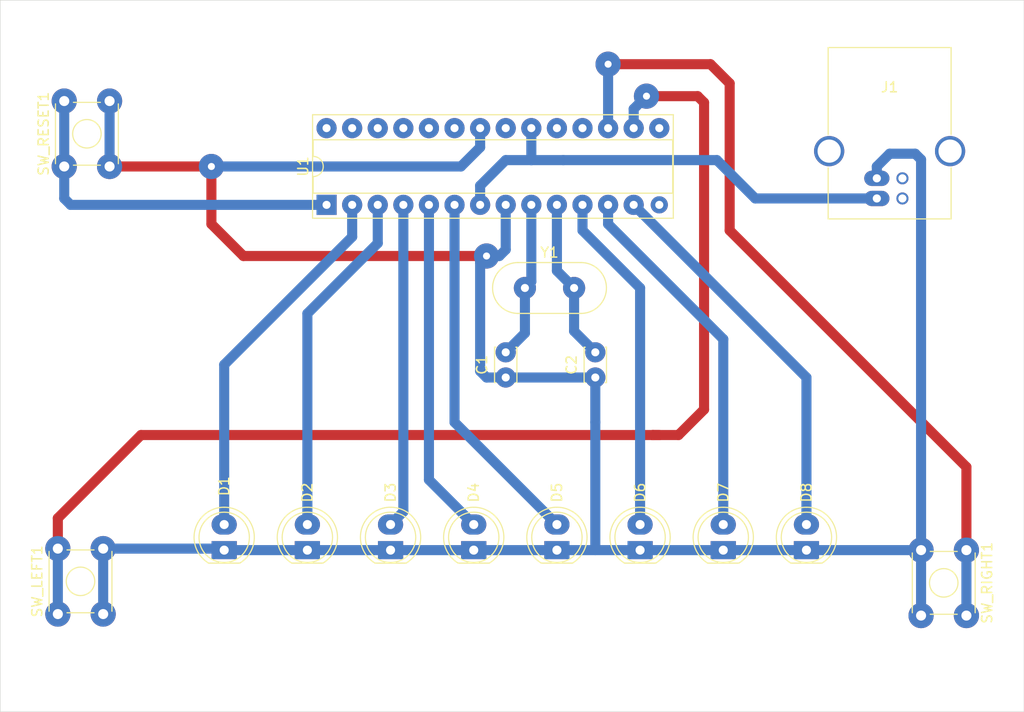
<source format=kicad_pcb>
(kicad_pcb (version 20171130) (host pcbnew "(5.1.8)-1")

  (general
    (thickness 1.6)
    (drawings 4)
    (tracks 102)
    (zones 0)
    (modules 16)
    (nets 30)
  )

  (page A4)
  (layers
    (0 F.Cu signal)
    (31 B.Cu signal)
    (32 B.Adhes user hide)
    (33 F.Adhes user hide)
    (34 B.Paste user hide)
    (35 F.Paste user hide)
    (36 B.SilkS user hide)
    (37 F.SilkS user hide)
    (38 B.Mask user hide)
    (39 F.Mask user hide)
    (40 Dwgs.User user hide)
    (41 Cmts.User user hide)
    (42 Eco1.User user hide)
    (43 Eco2.User user hide)
    (44 Edge.Cuts user)
    (45 Margin user hide)
    (46 B.CrtYd user hide)
    (47 F.CrtYd user hide)
    (48 B.Fab user hide)
    (49 F.Fab user hide)
  )

  (setup
    (last_trace_width 1)
    (user_trace_width 0.25)
    (user_trace_width 0.4)
    (user_trace_width 0.5)
    (user_trace_width 1)
    (user_trace_width 1.5)
    (trace_clearance 0.2)
    (zone_clearance 0.508)
    (zone_45_only no)
    (trace_min 0.2)
    (via_size 0.8)
    (via_drill 0.4)
    (via_min_size 0.4)
    (via_min_drill 0.3)
    (uvia_size 0.3)
    (uvia_drill 0.1)
    (uvias_allowed no)
    (uvia_min_size 0.2)
    (uvia_min_drill 0.1)
    (edge_width 0.05)
    (segment_width 0.2)
    (pcb_text_width 0.3)
    (pcb_text_size 1.5 1.5)
    (mod_edge_width 0.12)
    (mod_text_size 1 1)
    (mod_text_width 0.15)
    (pad_size 2.5 2.5)
    (pad_drill 1)
    (pad_to_mask_clearance 0)
    (aux_axis_origin 0 0)
    (visible_elements 7FFFFFFF)
    (pcbplotparams
      (layerselection 0x00000_7fffffff)
      (usegerberextensions false)
      (usegerberattributes true)
      (usegerberadvancedattributes true)
      (creategerberjobfile true)
      (excludeedgelayer false)
      (linewidth 0.100000)
      (plotframeref false)
      (viasonmask false)
      (mode 1)
      (useauxorigin false)
      (hpglpennumber 1)
      (hpglpenspeed 20)
      (hpglpendiameter 15.000000)
      (psnegative false)
      (psa4output false)
      (plotreference false)
      (plotvalue false)
      (plotinvisibletext false)
      (padsonsilk true)
      (subtractmaskfromsilk false)
      (outputformat 4)
      (mirror true)
      (drillshape 2)
      (scaleselection 1)
      (outputdirectory "C:/Users/Logan/Documents/KiCad Projects/LED_TENNIS/MFG"))
  )

  (net 0 "")
  (net 1 GND)
  (net 2 XTAL1)
  (net 3 XTAL2)
  (net 4 /LED_0)
  (net 5 /LED_1)
  (net 6 /LED_2)
  (net 7 /LED_3)
  (net 8 /LED_4)
  (net 9 /LED_5)
  (net 10 /LED_6)
  (net 11 /LED_7)
  (net 12 "Net-(J1-Pad2)")
  (net 13 VCC_5V)
  (net 14 "Net-(J1-Pad3)")
  (net 15 "Net-(J1-Pad5)")
  (net 16 /SW_LEFT)
  (net 17 /SW_RESET)
  (net 18 /SW_RIGHT)
  (net 19 "Net-(U1-Pad15)")
  (net 20 "Net-(U1-Pad18)")
  (net 21 "Net-(U1-Pad19)")
  (net 22 "Net-(U1-Pad21)")
  (net 23 "Net-(U1-Pad23)")
  (net 24 "Net-(U1-Pad24)")
  (net 25 "Net-(U1-Pad25)")
  (net 26 "Net-(U1-Pad26)")
  (net 27 "Net-(U1-Pad27)")
  (net 28 "Net-(U1-Pad14)")
  (net 29 "Net-(U1-Pad28)")

  (net_class Default "This is the default net class."
    (clearance 0.2)
    (trace_width 0.25)
    (via_dia 0.8)
    (via_drill 0.4)
    (uvia_dia 0.3)
    (uvia_drill 0.1)
    (add_net /LED_0)
    (add_net /LED_1)
    (add_net /LED_2)
    (add_net /LED_3)
    (add_net /LED_4)
    (add_net /LED_5)
    (add_net /LED_6)
    (add_net /LED_7)
    (add_net /SW_LEFT)
    (add_net /SW_RESET)
    (add_net /SW_RIGHT)
    (add_net GND)
    (add_net "Net-(J1-Pad2)")
    (add_net "Net-(J1-Pad3)")
    (add_net "Net-(J1-Pad5)")
    (add_net "Net-(U1-Pad14)")
    (add_net "Net-(U1-Pad15)")
    (add_net "Net-(U1-Pad18)")
    (add_net "Net-(U1-Pad19)")
    (add_net "Net-(U1-Pad21)")
    (add_net "Net-(U1-Pad23)")
    (add_net "Net-(U1-Pad24)")
    (add_net "Net-(U1-Pad25)")
    (add_net "Net-(U1-Pad26)")
    (add_net "Net-(U1-Pad27)")
    (add_net "Net-(U1-Pad28)")
    (add_net VCC_5V)
    (add_net XTAL1)
    (add_net XTAL2)
  )

  (module Connectors:USB_B (layer F.Cu) (tedit 5FE8D5FB) (tstamp 5FE3BD96)
    (at 198.12 76.2 90)
    (descr "USB B connector")
    (tags "USB_B USB_DEV")
    (path /5FD22854)
    (fp_text reference J1 (at 11.05 1.27) (layer F.SilkS)
      (effects (font (size 1 1) (thickness 0.15)))
    )
    (fp_text value USB_B (at 4.7 1.27) (layer F.Fab)
      (effects (font (size 1 1) (thickness 0.15)))
    )
    (fp_line (start 15.25 8.9) (end -2.3 8.9) (layer F.CrtYd) (width 0.05))
    (fp_line (start -2.3 8.9) (end -2.3 -6.35) (layer F.CrtYd) (width 0.05))
    (fp_line (start -2.3 -6.35) (end 15.25 -6.35) (layer F.CrtYd) (width 0.05))
    (fp_line (start 15.25 -6.35) (end 15.25 8.9) (layer F.CrtYd) (width 0.05))
    (fp_line (start 6.35 7.37) (end 14.99 7.37) (layer F.SilkS) (width 0.12))
    (fp_line (start -2.03 7.37) (end 3.05 7.37) (layer F.SilkS) (width 0.12))
    (fp_line (start 6.35 -4.83) (end 14.99 -4.83) (layer F.SilkS) (width 0.12))
    (fp_line (start -2.03 -4.83) (end 3.05 -4.83) (layer F.SilkS) (width 0.12))
    (fp_line (start 14.99 -4.83) (end 14.99 7.37) (layer F.SilkS) (width 0.12))
    (fp_line (start -2.03 7.37) (end -2.03 -4.83) (layer F.SilkS) (width 0.12))
    (pad 2 thru_hole circle (at 0 2.54) (size 1.2 1.2) (drill 0.81) (layers *.Cu *.Mask)
      (net 12 "Net-(J1-Pad2)"))
    (pad 1 thru_hole oval (at 0 0) (size 2.5 1.52) (drill 0.81) (layers *.Cu *.Mask)
      (net 13 VCC_5V))
    (pad 4 thru_hole oval (at 2 0) (size 2.5 1.52) (drill 0.81) (layers *.Cu *.Mask)
      (net 1 GND))
    (pad 3 thru_hole circle (at 2 2.54) (size 1.2 1.2) (drill 0.81) (layers *.Cu *.Mask)
      (net 14 "Net-(J1-Pad3)"))
    (pad 5 thru_hole circle (at 4.7 7.27) (size 3 3) (drill 2.3) (layers *.Cu *.Mask)
      (net 15 "Net-(J1-Pad5)"))
    (pad 5 thru_hole circle (at 4.7 -4.73) (size 3 3) (drill 2.3) (layers *.Cu *.Mask)
      (net 15 "Net-(J1-Pad5)"))
    (model ${KISYS3DMOD}/Connectors.3dshapes/USB_B.wrl
      (offset (xyz 4.571999931335449 -1.269999980926514 0))
      (scale (xyz 0.39 0.39 0.39))
      (rotate (xyz 0 0 -90))
    )
  )

  (module Buttons_Switches_THT:SW_TH_Tactile_Omron_B3F-10xx (layer F.Cu) (tedit 5FE8DC7E) (tstamp 5FE3BCF3)
    (at 116.84 117.475 90)
    (descr SW_TH_Tactile_Omron_B3F-10xx_https://www.omron.com/ecb/products/pdf/en-b3f.pdf)
    (tags "Omron B3F-10xx")
    (path /5FD2A3AA)
    (fp_text reference SW_LEFT1 (at 3.25 -2.05 90) (layer F.SilkS)
      (effects (font (size 1 1) (thickness 0.15)))
    )
    (fp_text value SW_MEC_5E (at 3.2 6.5 90) (layer F.Fab)
      (effects (font (size 1 1) (thickness 0.15)))
    )
    (fp_line (start 0.25 -0.75) (end 0.25 5.25) (layer F.Fab) (width 0.1))
    (fp_line (start 6.25 -0.75) (end 6.25 5.25) (layer F.Fab) (width 0.1))
    (fp_line (start 0.25 -0.75) (end 6.25 -0.75) (layer F.Fab) (width 0.1))
    (fp_line (start 7.65 -1.15) (end -1.1 -1.15) (layer F.CrtYd) (width 0.05))
    (fp_line (start 7.6 5.6) (end 7.6 -1.1) (layer F.CrtYd) (width 0.05))
    (fp_line (start -1.1 5.6) (end 7.6 5.6) (layer F.CrtYd) (width 0.05))
    (fp_line (start -1.1 -1.15) (end -1.1 5.6) (layer F.CrtYd) (width 0.05))
    (fp_circle (center 3.25 2.25) (end 4.25 3.25) (layer F.SilkS) (width 0.12))
    (fp_line (start 0.28 5.37) (end 6.22 5.37) (layer F.SilkS) (width 0.12))
    (fp_line (start 0.28 -0.87) (end 6.22 -0.87) (layer F.SilkS) (width 0.12))
    (fp_line (start 0.13 3.59) (end 0.13 0.91) (layer F.SilkS) (width 0.12))
    (fp_line (start 6.37 0.91) (end 6.37 3.59) (layer F.SilkS) (width 0.12))
    (fp_line (start 0.25 5.25) (end 6.25 5.25) (layer F.Fab) (width 0.1))
    (fp_text user %R (at 3.25 2.25 90) (layer F.Fab)
      (effects (font (size 1 1) (thickness 0.15)))
    )
    (pad 4 thru_hole circle (at 6.5 4.5 90) (size 2.5 2.5) (drill 1) (layers *.Cu *.Mask)
      (net 1 GND))
    (pad 3 thru_hole circle (at 0 4.5 90) (size 2.5 2.5) (drill 1) (layers *.Cu *.Mask)
      (net 1 GND))
    (pad 2 thru_hole circle (at 6.5 0 90) (size 2.5 2.5) (drill 1) (layers *.Cu *.Mask)
      (net 16 /SW_LEFT))
    (pad 1 thru_hole circle (at 0 0 90) (size 2.5 2.5) (drill 1) (layers *.Cu *.Mask)
      (net 16 /SW_LEFT))
    (model ${KISYS3DMOD}/Buttons_Switches_THT.3dshapes/SW_TH_Tactile_Omron_B3F-10xx.wrl
      (at (xyz 0 0 0))
      (scale (xyz 1 1 1))
      (rotate (xyz 0 0 0))
    )
  )

  (module Crystals:Crystal_HC49-U_Vertical (layer F.Cu) (tedit 5FE8D4EB) (tstamp 5FE3BF5B)
    (at 163.195 85.09)
    (descr "Crystal THT HC-49/U http://5hertz.com/pdfs/04404_D.pdf")
    (tags "THT crystalHC-49/U")
    (path /5FD40882)
    (fp_text reference Y1 (at 2.44 -3.525) (layer F.SilkS)
      (effects (font (size 1 1) (thickness 0.15)))
    )
    (fp_text value Crystal (at 2.44 3.525) (layer F.Fab)
      (effects (font (size 1 1) (thickness 0.15)))
    )
    (fp_line (start -0.685 -2.325) (end 5.565 -2.325) (layer F.Fab) (width 0.1))
    (fp_line (start -0.685 2.325) (end 5.565 2.325) (layer F.Fab) (width 0.1))
    (fp_line (start -0.56 -2) (end 5.44 -2) (layer F.Fab) (width 0.1))
    (fp_line (start -0.56 2) (end 5.44 2) (layer F.Fab) (width 0.1))
    (fp_line (start -0.685 -2.525) (end 5.565 -2.525) (layer F.SilkS) (width 0.12))
    (fp_line (start -0.685 2.525) (end 5.565 2.525) (layer F.SilkS) (width 0.12))
    (fp_line (start -3.5 -2.8) (end -3.5 2.8) (layer F.CrtYd) (width 0.05))
    (fp_line (start -3.5 2.8) (end 8.4 2.8) (layer F.CrtYd) (width 0.05))
    (fp_line (start 8.4 2.8) (end 8.4 -2.8) (layer F.CrtYd) (width 0.05))
    (fp_line (start 8.4 -2.8) (end -3.5 -2.8) (layer F.CrtYd) (width 0.05))
    (fp_text user %R (at 2.44 0) (layer F.Fab)
      (effects (font (size 1 1) (thickness 0.15)))
    )
    (fp_arc (start -0.685 0) (end -0.685 -2.325) (angle -180) (layer F.Fab) (width 0.1))
    (fp_arc (start 5.565 0) (end 5.565 -2.325) (angle 180) (layer F.Fab) (width 0.1))
    (fp_arc (start -0.56 0) (end -0.56 -2) (angle -180) (layer F.Fab) (width 0.1))
    (fp_arc (start 5.44 0) (end 5.44 -2) (angle 180) (layer F.Fab) (width 0.1))
    (fp_arc (start -0.685 0) (end -0.685 -2.525) (angle -180) (layer F.SilkS) (width 0.12))
    (fp_arc (start 5.565 0) (end 5.565 -2.525) (angle 180) (layer F.SilkS) (width 0.12))
    (pad 1 thru_hole circle (at 0 0) (size 2.2 2.2) (drill 0.8) (layers *.Cu *.Mask)
      (net 2 XTAL1))
    (pad 2 thru_hole circle (at 4.88 0) (size 2.2 2.2) (drill 0.8) (layers *.Cu *.Mask)
      (net 3 XTAL2))
    (model ${KISYS3DMOD}/Crystals.3dshapes/Crystal_HC49-U_Vertical.wrl
      (at (xyz 0 0 0))
      (scale (xyz 0.393701 0.393701 0.393701))
      (rotate (xyz 0 0 0))
    )
  )

  (module Housings_DIP:DIP-28_W7.62mm_Socket (layer F.Cu) (tedit 5FE8DBFD) (tstamp 5FE3BED7)
    (at 143.51 76.835 90)
    (descr "28-lead though-hole mounted DIP package, row spacing 7.62 mm (300 mils), Socket")
    (tags "THT DIP DIL PDIP 2.54mm 7.62mm 300mil Socket")
    (path /5FD1B199)
    (fp_text reference U1 (at 3.81 -2.33 90) (layer F.SilkS)
      (effects (font (size 1 1) (thickness 0.15)))
    )
    (fp_text value ATmega328P-PU (at 3.81 35.35 90) (layer F.Fab)
      (effects (font (size 1 1) (thickness 0.15)))
    )
    (fp_line (start 1.635 -1.27) (end 6.985 -1.27) (layer F.Fab) (width 0.1))
    (fp_line (start 6.985 -1.27) (end 6.985 34.29) (layer F.Fab) (width 0.1))
    (fp_line (start 6.985 34.29) (end 0.635 34.29) (layer F.Fab) (width 0.1))
    (fp_line (start 0.635 34.29) (end 0.635 -0.27) (layer F.Fab) (width 0.1))
    (fp_line (start 0.635 -0.27) (end 1.635 -1.27) (layer F.Fab) (width 0.1))
    (fp_line (start -1.27 -1.33) (end -1.27 34.35) (layer F.Fab) (width 0.1))
    (fp_line (start -1.27 34.35) (end 8.89 34.35) (layer F.Fab) (width 0.1))
    (fp_line (start 8.89 34.35) (end 8.89 -1.33) (layer F.Fab) (width 0.1))
    (fp_line (start 8.89 -1.33) (end -1.27 -1.33) (layer F.Fab) (width 0.1))
    (fp_line (start 2.81 -1.33) (end 1.16 -1.33) (layer F.SilkS) (width 0.12))
    (fp_line (start 1.16 -1.33) (end 1.16 34.35) (layer F.SilkS) (width 0.12))
    (fp_line (start 1.16 34.35) (end 6.46 34.35) (layer F.SilkS) (width 0.12))
    (fp_line (start 6.46 34.35) (end 6.46 -1.33) (layer F.SilkS) (width 0.12))
    (fp_line (start 6.46 -1.33) (end 4.81 -1.33) (layer F.SilkS) (width 0.12))
    (fp_line (start -1.33 -1.39) (end -1.33 34.41) (layer F.SilkS) (width 0.12))
    (fp_line (start -1.33 34.41) (end 8.95 34.41) (layer F.SilkS) (width 0.12))
    (fp_line (start 8.95 34.41) (end 8.95 -1.39) (layer F.SilkS) (width 0.12))
    (fp_line (start 8.95 -1.39) (end -1.33 -1.39) (layer F.SilkS) (width 0.12))
    (fp_line (start -1.55 -1.6) (end -1.55 34.65) (layer F.CrtYd) (width 0.05))
    (fp_line (start -1.55 34.65) (end 9.15 34.65) (layer F.CrtYd) (width 0.05))
    (fp_line (start 9.15 34.65) (end 9.15 -1.6) (layer F.CrtYd) (width 0.05))
    (fp_line (start 9.15 -1.6) (end -1.55 -1.6) (layer F.CrtYd) (width 0.05))
    (fp_arc (start 3.81 -1.33) (end 2.81 -1.33) (angle -180) (layer F.SilkS) (width 0.12))
    (fp_text user %R (at 3.81 16.51 90) (layer F.Fab)
      (effects (font (size 1 1) (thickness 0.15)))
    )
    (pad 1 thru_hole rect (at 0 0 90) (size 2 2) (drill 0.8) (layers *.Cu *.Mask)
      (net 17 /SW_RESET))
    (pad 15 thru_hole oval (at 7.62 33.02 90) (size 2 2) (drill 0.8) (layers *.Cu *.Mask)
      (net 19 "Net-(U1-Pad15)"))
    (pad 2 thru_hole oval (at 0 2.54 90) (size 2 2) (drill 0.8) (layers *.Cu *.Mask)
      (net 4 /LED_0))
    (pad 16 thru_hole oval (at 7.62 30.48 90) (size 2 2) (drill 0.8) (layers *.Cu *.Mask)
      (net 16 /SW_LEFT))
    (pad 3 thru_hole oval (at 0 5.08 90) (size 2 2) (drill 0.8) (layers *.Cu *.Mask)
      (net 5 /LED_1))
    (pad 17 thru_hole oval (at 7.62 27.94 90) (size 2 2) (drill 0.8) (layers *.Cu *.Mask)
      (net 18 /SW_RIGHT))
    (pad 4 thru_hole oval (at 0 7.62 90) (size 2 2) (drill 0.8) (layers *.Cu *.Mask)
      (net 6 /LED_2))
    (pad 18 thru_hole oval (at 7.62 25.4 90) (size 2 2) (drill 0.8) (layers *.Cu *.Mask)
      (net 20 "Net-(U1-Pad18)"))
    (pad 5 thru_hole oval (at 0 10.16 90) (size 2 2) (drill 0.8) (layers *.Cu *.Mask)
      (net 7 /LED_3))
    (pad 19 thru_hole oval (at 7.62 22.86 90) (size 2 2) (drill 0.8) (layers *.Cu *.Mask)
      (net 21 "Net-(U1-Pad19)"))
    (pad 6 thru_hole oval (at 0 12.7 90) (size 2 2) (drill 0.8) (layers *.Cu *.Mask)
      (net 8 /LED_4))
    (pad 20 thru_hole oval (at 7.62 20.32 90) (size 2 2) (drill 0.8) (layers *.Cu *.Mask)
      (net 13 VCC_5V))
    (pad 7 thru_hole oval (at 0 15.24 90) (size 2 2) (drill 0.8) (layers *.Cu *.Mask)
      (net 13 VCC_5V))
    (pad 21 thru_hole oval (at 7.62 17.78 90) (size 2 2) (drill 0.8) (layers *.Cu *.Mask)
      (net 22 "Net-(U1-Pad21)"))
    (pad 8 thru_hole oval (at 0 17.78 90) (size 2 2) (drill 0.8) (layers *.Cu *.Mask)
      (net 1 GND))
    (pad 22 thru_hole oval (at 7.62 15.24 90) (size 2 2) (drill 0.8) (layers *.Cu *.Mask)
      (net 1 GND))
    (pad 9 thru_hole oval (at 0 20.32 90) (size 2 2) (drill 0.8) (layers *.Cu *.Mask)
      (net 2 XTAL1))
    (pad 23 thru_hole oval (at 7.62 12.7 90) (size 2 2) (drill 0.8) (layers *.Cu *.Mask)
      (net 23 "Net-(U1-Pad23)"))
    (pad 10 thru_hole oval (at 0 22.86 90) (size 2 2) (drill 0.8) (layers *.Cu *.Mask)
      (net 3 XTAL2))
    (pad 24 thru_hole oval (at 7.62 10.16 90) (size 2 2) (drill 0.8) (layers *.Cu *.Mask)
      (net 24 "Net-(U1-Pad24)"))
    (pad 11 thru_hole oval (at 0 25.4 90) (size 2 2) (drill 0.8) (layers *.Cu *.Mask)
      (net 9 /LED_5))
    (pad 25 thru_hole oval (at 7.62 7.62 90) (size 2 2) (drill 0.8) (layers *.Cu *.Mask)
      (net 25 "Net-(U1-Pad25)"))
    (pad 12 thru_hole oval (at 0 27.94 90) (size 2 2) (drill 0.8) (layers *.Cu *.Mask)
      (net 10 /LED_6))
    (pad 26 thru_hole oval (at 7.62 5.08 90) (size 2 2) (drill 0.8) (layers *.Cu *.Mask)
      (net 26 "Net-(U1-Pad26)"))
    (pad 13 thru_hole oval (at 0 30.48 90) (size 2 2) (drill 0.8) (layers *.Cu *.Mask)
      (net 11 /LED_7))
    (pad 27 thru_hole oval (at 7.62 2.54 90) (size 2 2) (drill 0.8) (layers *.Cu *.Mask)
      (net 27 "Net-(U1-Pad27)"))
    (pad 14 thru_hole oval (at 0 33.02 90) (size 1.7 1.7) (drill 0.8) (layers *.Cu *.Mask)
      (net 28 "Net-(U1-Pad14)"))
    (pad 28 thru_hole oval (at 7.62 0 90) (size 2 2) (drill 0.8) (layers *.Cu *.Mask)
      (net 29 "Net-(U1-Pad28)"))
    (model ${KISYS3DMOD}/Housings_DIP.3dshapes/DIP-28_W7.62mm_Socket.wrl
      (at (xyz 0 0 0))
      (scale (xyz 1 1 1))
      (rotate (xyz 0 0 0))
    )
  )

  (module Buttons_Switches_THT:SW_TH_Tactile_Omron_B3F-10xx (layer F.Cu) (tedit 5FE8DC93) (tstamp 5FE3BE76)
    (at 207.01 111.125 270)
    (descr SW_TH_Tactile_Omron_B3F-10xx_https://www.omron.com/ecb/products/pdf/en-b3f.pdf)
    (tags "Omron B3F-10xx")
    (path /5FD2BEA5)
    (fp_text reference SW_RIGHT1 (at 3.25 -2.05 90) (layer F.SilkS)
      (effects (font (size 1 1) (thickness 0.15)))
    )
    (fp_text value SW_MEC_5E (at 3.2 6.5 90) (layer F.Fab)
      (effects (font (size 1 1) (thickness 0.15)))
    )
    (fp_line (start 0.25 -0.75) (end 0.25 5.25) (layer F.Fab) (width 0.1))
    (fp_line (start 6.25 -0.75) (end 6.25 5.25) (layer F.Fab) (width 0.1))
    (fp_line (start 0.25 -0.75) (end 6.25 -0.75) (layer F.Fab) (width 0.1))
    (fp_line (start 7.65 -1.15) (end -1.1 -1.15) (layer F.CrtYd) (width 0.05))
    (fp_line (start 7.6 5.6) (end 7.6 -1.1) (layer F.CrtYd) (width 0.05))
    (fp_line (start -1.1 5.6) (end 7.6 5.6) (layer F.CrtYd) (width 0.05))
    (fp_line (start -1.1 -1.15) (end -1.1 5.6) (layer F.CrtYd) (width 0.05))
    (fp_circle (center 3.25 2.25) (end 4.25 3.25) (layer F.SilkS) (width 0.12))
    (fp_line (start 0.28 5.37) (end 6.22 5.37) (layer F.SilkS) (width 0.12))
    (fp_line (start 0.28 -0.87) (end 6.22 -0.87) (layer F.SilkS) (width 0.12))
    (fp_line (start 0.13 3.59) (end 0.13 0.91) (layer F.SilkS) (width 0.12))
    (fp_line (start 6.37 0.91) (end 6.37 3.59) (layer F.SilkS) (width 0.12))
    (fp_line (start 0.25 5.25) (end 6.25 5.25) (layer F.Fab) (width 0.1))
    (fp_text user %R (at 3.25 2.25 90) (layer F.Fab)
      (effects (font (size 1 1) (thickness 0.15)))
    )
    (pad 4 thru_hole circle (at 6.5 4.5 270) (size 2.5 2.5) (drill 1) (layers *.Cu *.Mask)
      (net 1 GND))
    (pad 3 thru_hole circle (at 0 4.5 270) (size 2.5 2.5) (drill 1) (layers *.Cu *.Mask)
      (net 1 GND))
    (pad 2 thru_hole circle (at 6.5 0 270) (size 2.5 2.5) (drill 1) (layers *.Cu *.Mask)
      (net 18 /SW_RIGHT))
    (pad 1 thru_hole circle (at 0 0 270) (size 2.5 2.5) (drill 1) (layers *.Cu *.Mask)
      (net 18 /SW_RIGHT))
    (model ${KISYS3DMOD}/Buttons_Switches_THT.3dshapes/SW_TH_Tactile_Omron_B3F-10xx.wrl
      (at (xyz 0 0 0))
      (scale (xyz 1 1 1))
      (rotate (xyz 0 0 0))
    )
  )

  (module Buttons_Switches_THT:SW_TH_Tactile_Omron_B3F-10xx (layer F.Cu) (tedit 5FE8D14E) (tstamp 5FE3BE37)
    (at 117.475 73.025 90)
    (descr SW_TH_Tactile_Omron_B3F-10xx_https://www.omron.com/ecb/products/pdf/en-b3f.pdf)
    (tags "Omron B3F-10xx")
    (path /5FD202E8)
    (fp_text reference SW_RESET1 (at 3.25 -2.05 90) (layer F.SilkS)
      (effects (font (size 1 1) (thickness 0.15)))
    )
    (fp_text value SW_MEC_5E (at 3.2 6.5 90) (layer F.Fab)
      (effects (font (size 1 1) (thickness 0.15)))
    )
    (fp_line (start 0.25 -0.75) (end 0.25 5.25) (layer F.Fab) (width 0.1))
    (fp_line (start 6.25 -0.75) (end 6.25 5.25) (layer F.Fab) (width 0.1))
    (fp_line (start 0.25 -0.75) (end 6.25 -0.75) (layer F.Fab) (width 0.1))
    (fp_line (start 7.65 -1.15) (end -1.1 -1.15) (layer F.CrtYd) (width 0.05))
    (fp_line (start 7.6 5.6) (end 7.6 -1.1) (layer F.CrtYd) (width 0.05))
    (fp_line (start -1.1 5.6) (end 7.6 5.6) (layer F.CrtYd) (width 0.05))
    (fp_line (start -1.1 -1.15) (end -1.1 5.6) (layer F.CrtYd) (width 0.05))
    (fp_circle (center 3.25 2.25) (end 4.25 3.25) (layer F.SilkS) (width 0.12))
    (fp_line (start 0.28 5.37) (end 6.22 5.37) (layer F.SilkS) (width 0.12))
    (fp_line (start 0.28 -0.87) (end 6.22 -0.87) (layer F.SilkS) (width 0.12))
    (fp_line (start 0.13 3.59) (end 0.13 0.91) (layer F.SilkS) (width 0.12))
    (fp_line (start 6.37 0.91) (end 6.37 3.59) (layer F.SilkS) (width 0.12))
    (fp_line (start 0.25 5.25) (end 6.25 5.25) (layer F.Fab) (width 0.1))
    (fp_text user %R (at 3.25 2.25 90) (layer F.Fab)
      (effects (font (size 1 1) (thickness 0.15)))
    )
    (pad 4 thru_hole circle (at 6.5 4.5 90) (size 2.5 2.5) (drill 1) (layers *.Cu *.Mask)
      (net 1 GND))
    (pad 3 thru_hole circle (at 0 4.5 90) (size 2.5 2.5) (drill 1) (layers *.Cu *.Mask)
      (net 1 GND))
    (pad 2 thru_hole circle (at 6.5 0 90) (size 2.5 2.5) (drill 1) (layers *.Cu *.Mask)
      (net 17 /SW_RESET))
    (pad 1 thru_hole circle (at 0 0 90) (size 2.5 2.5) (drill 1) (layers *.Cu *.Mask)
      (net 17 /SW_RESET))
    (model ${KISYS3DMOD}/Buttons_Switches_THT.3dshapes/SW_TH_Tactile_Omron_B3F-10xx.wrl
      (at (xyz 0 0 0))
      (scale (xyz 1 1 1))
      (rotate (xyz 0 0 0))
    )
  )

  (module LEDs:LED_D5.0mm (layer F.Cu) (tedit 5FE8D76E) (tstamp 5FE3BE00)
    (at 191.135 111.125 90)
    (descr "LED, diameter 5.0mm, 2 pins, http://cdn-reichelt.de/documents/datenblatt/A500/LL-504BC2E-009.pdf")
    (tags "LED diameter 5.0mm 2 pins")
    (path /5FD396C9)
    (fp_text reference D8 (at 5.715 0 90) (layer F.SilkS)
      (effects (font (size 1 1) (thickness 0.15)))
    )
    (fp_text value LED (at 1.27 3.96 90) (layer F.Fab) hide
      (effects (font (size 1 1) (thickness 0.15)))
    )
    (fp_circle (center 1.27 0) (end 3.77 0) (layer F.Fab) (width 0.1))
    (fp_circle (center 1.27 0) (end 3.77 0) (layer F.SilkS) (width 0.12))
    (fp_line (start -1.23 -1.469694) (end -1.23 1.469694) (layer F.Fab) (width 0.1))
    (fp_line (start -1.29 -1.545) (end -1.29 1.545) (layer F.SilkS) (width 0.12))
    (fp_line (start -1.95 -3.25) (end -1.95 3.25) (layer F.CrtYd) (width 0.05))
    (fp_line (start -1.95 3.25) (end 4.5 3.25) (layer F.CrtYd) (width 0.05))
    (fp_line (start 4.5 3.25) (end 4.5 -3.25) (layer F.CrtYd) (width 0.05))
    (fp_line (start 4.5 -3.25) (end -1.95 -3.25) (layer F.CrtYd) (width 0.05))
    (fp_arc (start 1.27 0) (end -1.23 -1.469694) (angle 299.1) (layer F.Fab) (width 0.1))
    (fp_arc (start 1.27 0) (end -1.29 -1.54483) (angle 148.9) (layer F.SilkS) (width 0.12))
    (fp_arc (start 1.27 0) (end -1.29 1.54483) (angle -148.9) (layer F.SilkS) (width 0.12))
    (fp_text user %R (at 1.25 0 90) (layer F.Fab)
      (effects (font (size 0.8 0.8) (thickness 0.2)))
    )
    (pad 1 thru_hole rect (at 0 0 90) (size 1.8 2.5) (drill 0.9) (layers *.Cu *.Mask)
      (net 1 GND))
    (pad 2 thru_hole oval (at 2.54 0 90) (size 2 2.5) (drill 0.9) (layers *.Cu *.Mask)
      (net 11 /LED_7))
    (model ${KISYS3DMOD}/LEDs.3dshapes/LED_D5.0mm.wrl
      (at (xyz 0 0 0))
      (scale (xyz 0.393701 0.393701 0.393701))
      (rotate (xyz 0 0 0))
    )
  )

  (module LEDs:LED_D5.0mm (layer F.Cu) (tedit 5FE8D768) (tstamp 5FE3BDCD)
    (at 182.88 111.125 90)
    (descr "LED, diameter 5.0mm, 2 pins, http://cdn-reichelt.de/documents/datenblatt/A500/LL-504BC2E-009.pdf")
    (tags "LED diameter 5.0mm 2 pins")
    (path /5FD393CB)
    (fp_text reference D7 (at 5.715 0 90) (layer F.SilkS)
      (effects (font (size 1 1) (thickness 0.15)))
    )
    (fp_text value LED (at 1.27 3.96 90) (layer F.Fab) hide
      (effects (font (size 1 1) (thickness 0.15)))
    )
    (fp_circle (center 1.27 0) (end 3.77 0) (layer F.Fab) (width 0.1))
    (fp_circle (center 1.27 0) (end 3.77 0) (layer F.SilkS) (width 0.12))
    (fp_line (start -1.23 -1.469694) (end -1.23 1.469694) (layer F.Fab) (width 0.1))
    (fp_line (start -1.29 -1.545) (end -1.29 1.545) (layer F.SilkS) (width 0.12))
    (fp_line (start -1.95 -3.25) (end -1.95 3.25) (layer F.CrtYd) (width 0.05))
    (fp_line (start -1.95 3.25) (end 4.5 3.25) (layer F.CrtYd) (width 0.05))
    (fp_line (start 4.5 3.25) (end 4.5 -3.25) (layer F.CrtYd) (width 0.05))
    (fp_line (start 4.5 -3.25) (end -1.95 -3.25) (layer F.CrtYd) (width 0.05))
    (fp_arc (start 1.27 0) (end -1.23 -1.469694) (angle 299.1) (layer F.Fab) (width 0.1))
    (fp_arc (start 1.27 0) (end -1.29 -1.54483) (angle 148.9) (layer F.SilkS) (width 0.12))
    (fp_arc (start 1.27 0) (end -1.29 1.54483) (angle -148.9) (layer F.SilkS) (width 0.12))
    (fp_text user %R (at 1.25 0 90) (layer F.Fab)
      (effects (font (size 0.8 0.8) (thickness 0.2)))
    )
    (pad 1 thru_hole rect (at 0 0 90) (size 1.8 2.5) (drill 0.9) (layers *.Cu *.Mask)
      (net 1 GND))
    (pad 2 thru_hole oval (at 2.54 0 90) (size 2 2.5) (drill 0.9) (layers *.Cu *.Mask)
      (net 10 /LED_6))
    (model ${KISYS3DMOD}/LEDs.3dshapes/LED_D5.0mm.wrl
      (at (xyz 0 0 0))
      (scale (xyz 0.393701 0.393701 0.393701))
      (rotate (xyz 0 0 0))
    )
  )

  (module LEDs:LED_D5.0mm (layer F.Cu) (tedit 5FE8D762) (tstamp 5FE3BD61)
    (at 174.625 111.125 90)
    (descr "LED, diameter 5.0mm, 2 pins, http://cdn-reichelt.de/documents/datenblatt/A500/LL-504BC2E-009.pdf")
    (tags "LED diameter 5.0mm 2 pins")
    (path /5FD38FE5)
    (fp_text reference D6 (at 5.715 0 90) (layer F.SilkS)
      (effects (font (size 1 1) (thickness 0.15)))
    )
    (fp_text value LED (at 1.27 3.96 90) (layer F.Fab) hide
      (effects (font (size 1 1) (thickness 0.15)))
    )
    (fp_circle (center 1.27 0) (end 3.77 0) (layer F.Fab) (width 0.1))
    (fp_circle (center 1.27 0) (end 3.77 0) (layer F.SilkS) (width 0.12))
    (fp_line (start -1.23 -1.469694) (end -1.23 1.469694) (layer F.Fab) (width 0.1))
    (fp_line (start -1.29 -1.545) (end -1.29 1.545) (layer F.SilkS) (width 0.12))
    (fp_line (start -1.95 -3.25) (end -1.95 3.25) (layer F.CrtYd) (width 0.05))
    (fp_line (start -1.95 3.25) (end 4.5 3.25) (layer F.CrtYd) (width 0.05))
    (fp_line (start 4.5 3.25) (end 4.5 -3.25) (layer F.CrtYd) (width 0.05))
    (fp_line (start 4.5 -3.25) (end -1.95 -3.25) (layer F.CrtYd) (width 0.05))
    (fp_arc (start 1.27 0) (end -1.23 -1.469694) (angle 299.1) (layer F.Fab) (width 0.1))
    (fp_arc (start 1.27 0) (end -1.29 -1.54483) (angle 148.9) (layer F.SilkS) (width 0.12))
    (fp_arc (start 1.27 0) (end -1.29 1.54483) (angle -148.9) (layer F.SilkS) (width 0.12))
    (fp_text user %R (at 1.25 0 90) (layer F.Fab)
      (effects (font (size 0.8 0.8) (thickness 0.2)))
    )
    (pad 1 thru_hole rect (at 0 0 90) (size 1.8 2.5) (drill 0.9) (layers *.Cu *.Mask)
      (net 1 GND))
    (pad 2 thru_hole oval (at 2.54 0 90) (size 2 2.5) (drill 0.9) (layers *.Cu *.Mask)
      (net 9 /LED_5))
    (model ${KISYS3DMOD}/LEDs.3dshapes/LED_D5.0mm.wrl
      (at (xyz 0 0 0))
      (scale (xyz 0.393701 0.393701 0.393701))
      (rotate (xyz 0 0 0))
    )
  )

  (module LEDs:LED_D5.0mm (layer F.Cu) (tedit 5FE8D75C) (tstamp 5FE3BD2E)
    (at 166.37 111.125 90)
    (descr "LED, diameter 5.0mm, 2 pins, http://cdn-reichelt.de/documents/datenblatt/A500/LL-504BC2E-009.pdf")
    (tags "LED diameter 5.0mm 2 pins")
    (path /5FD38DCE)
    (fp_text reference D5 (at 5.715 0 90) (layer F.SilkS)
      (effects (font (size 1 1) (thickness 0.15)))
    )
    (fp_text value LED (at 1.27 3.96 90) (layer F.Fab) hide
      (effects (font (size 1 1) (thickness 0.15)))
    )
    (fp_circle (center 1.27 0) (end 3.77 0) (layer F.Fab) (width 0.1))
    (fp_circle (center 1.27 0) (end 3.77 0) (layer F.SilkS) (width 0.12))
    (fp_line (start -1.23 -1.469694) (end -1.23 1.469694) (layer F.Fab) (width 0.1))
    (fp_line (start -1.29 -1.545) (end -1.29 1.545) (layer F.SilkS) (width 0.12))
    (fp_line (start -1.95 -3.25) (end -1.95 3.25) (layer F.CrtYd) (width 0.05))
    (fp_line (start -1.95 3.25) (end 4.5 3.25) (layer F.CrtYd) (width 0.05))
    (fp_line (start 4.5 3.25) (end 4.5 -3.25) (layer F.CrtYd) (width 0.05))
    (fp_line (start 4.5 -3.25) (end -1.95 -3.25) (layer F.CrtYd) (width 0.05))
    (fp_arc (start 1.27 0) (end -1.23 -1.469694) (angle 299.1) (layer F.Fab) (width 0.1))
    (fp_arc (start 1.27 0) (end -1.29 -1.54483) (angle 148.9) (layer F.SilkS) (width 0.12))
    (fp_arc (start 1.27 0) (end -1.29 1.54483) (angle -148.9) (layer F.SilkS) (width 0.12))
    (fp_text user %R (at 1.25 0 90) (layer F.Fab)
      (effects (font (size 0.8 0.8) (thickness 0.2)))
    )
    (pad 1 thru_hole rect (at 0 0 90) (size 1.8 2.5) (drill 0.9) (layers *.Cu *.Mask)
      (net 1 GND))
    (pad 2 thru_hole oval (at 2.54 0 90) (size 2 2.5) (drill 0.9) (layers *.Cu *.Mask)
      (net 8 /LED_4))
    (model ${KISYS3DMOD}/LEDs.3dshapes/LED_D5.0mm.wrl
      (at (xyz 0 0 0))
      (scale (xyz 0.393701 0.393701 0.393701))
      (rotate (xyz 0 0 0))
    )
  )

  (module LEDs:LED_D5.0mm (layer F.Cu) (tedit 5FE8D758) (tstamp 5FE3BCBC)
    (at 158.115 111.125 90)
    (descr "LED, diameter 5.0mm, 2 pins, http://cdn-reichelt.de/documents/datenblatt/A500/LL-504BC2E-009.pdf")
    (tags "LED diameter 5.0mm 2 pins")
    (path /5FD4D93C)
    (fp_text reference D4 (at 5.715 0 90) (layer F.SilkS)
      (effects (font (size 1 1) (thickness 0.15)))
    )
    (fp_text value LED (at 1.27 3.96 90) (layer F.Fab) hide
      (effects (font (size 1 1) (thickness 0.15)))
    )
    (fp_circle (center 1.27 0) (end 3.77 0) (layer F.Fab) (width 0.1))
    (fp_circle (center 1.27 0) (end 3.77 0) (layer F.SilkS) (width 0.12))
    (fp_line (start -1.23 -1.469694) (end -1.23 1.469694) (layer F.Fab) (width 0.1))
    (fp_line (start -1.29 -1.545) (end -1.29 1.545) (layer F.SilkS) (width 0.12))
    (fp_line (start -1.95 -3.25) (end -1.95 3.25) (layer F.CrtYd) (width 0.05))
    (fp_line (start -1.95 3.25) (end 4.5 3.25) (layer F.CrtYd) (width 0.05))
    (fp_line (start 4.5 3.25) (end 4.5 -3.25) (layer F.CrtYd) (width 0.05))
    (fp_line (start 4.5 -3.25) (end -1.95 -3.25) (layer F.CrtYd) (width 0.05))
    (fp_arc (start 1.27 0) (end -1.23 -1.469694) (angle 299.1) (layer F.Fab) (width 0.1))
    (fp_arc (start 1.27 0) (end -1.29 -1.54483) (angle 148.9) (layer F.SilkS) (width 0.12))
    (fp_arc (start 1.27 0) (end -1.29 1.54483) (angle -148.9) (layer F.SilkS) (width 0.12))
    (fp_text user %R (at 1.25 0 90) (layer F.Fab)
      (effects (font (size 0.8 0.8) (thickness 0.2)))
    )
    (pad 1 thru_hole rect (at 0 0 90) (size 1.8 2.5) (drill 0.9) (layers *.Cu *.Mask)
      (net 1 GND))
    (pad 2 thru_hole oval (at 2.54 0 90) (size 2 2.5) (drill 0.9) (layers *.Cu *.Mask)
      (net 7 /LED_3))
    (model ${KISYS3DMOD}/LEDs.3dshapes/LED_D5.0mm.wrl
      (at (xyz 0 0 0))
      (scale (xyz 0.393701 0.393701 0.393701))
      (rotate (xyz 0 0 0))
    )
  )

  (module LEDs:LED_D5.0mm (layer F.Cu) (tedit 5FE8D753) (tstamp 5FE3BC56)
    (at 149.86 111.125 90)
    (descr "LED, diameter 5.0mm, 2 pins, http://cdn-reichelt.de/documents/datenblatt/A500/LL-504BC2E-009.pdf")
    (tags "LED diameter 5.0mm 2 pins")
    (path /5FD38B18)
    (fp_text reference D3 (at 5.715 0 90) (layer F.SilkS)
      (effects (font (size 1 1) (thickness 0.15)))
    )
    (fp_text value LED (at 1.27 3.96 90) (layer F.Fab) hide
      (effects (font (size 1 1) (thickness 0.15)))
    )
    (fp_circle (center 1.27 0) (end 3.77 0) (layer F.Fab) (width 0.1))
    (fp_circle (center 1.27 0) (end 3.77 0) (layer F.SilkS) (width 0.12))
    (fp_line (start -1.23 -1.469694) (end -1.23 1.469694) (layer F.Fab) (width 0.1))
    (fp_line (start -1.29 -1.545) (end -1.29 1.545) (layer F.SilkS) (width 0.12))
    (fp_line (start -1.95 -3.25) (end -1.95 3.25) (layer F.CrtYd) (width 0.05))
    (fp_line (start -1.95 3.25) (end 4.5 3.25) (layer F.CrtYd) (width 0.05))
    (fp_line (start 4.5 3.25) (end 4.5 -3.25) (layer F.CrtYd) (width 0.05))
    (fp_line (start 4.5 -3.25) (end -1.95 -3.25) (layer F.CrtYd) (width 0.05))
    (fp_arc (start 1.27 0) (end -1.23 -1.469694) (angle 299.1) (layer F.Fab) (width 0.1))
    (fp_arc (start 1.27 0) (end -1.29 -1.54483) (angle 148.9) (layer F.SilkS) (width 0.12))
    (fp_arc (start 1.27 0) (end -1.29 1.54483) (angle -148.9) (layer F.SilkS) (width 0.12))
    (fp_text user %R (at 1.25 0 90) (layer F.Fab)
      (effects (font (size 0.8 0.8) (thickness 0.2)))
    )
    (pad 1 thru_hole rect (at 0 0 90) (size 1.8 2.5) (drill 0.9) (layers *.Cu *.Mask)
      (net 1 GND))
    (pad 2 thru_hole oval (at 2.54 0 90) (size 2 2.5) (drill 0.9) (layers *.Cu *.Mask)
      (net 6 /LED_2))
    (model ${KISYS3DMOD}/LEDs.3dshapes/LED_D5.0mm.wrl
      (at (xyz 0 0 0))
      (scale (xyz 0.393701 0.393701 0.393701))
      (rotate (xyz 0 0 0))
    )
  )

  (module LEDs:LED_D5.0mm (layer F.Cu) (tedit 5FE8D74C) (tstamp 5FE3BC89)
    (at 141.605 111.125 90)
    (descr "LED, diameter 5.0mm, 2 pins, http://cdn-reichelt.de/documents/datenblatt/A500/LL-504BC2E-009.pdf")
    (tags "LED diameter 5.0mm 2 pins")
    (path /5FD38817)
    (fp_text reference D2 (at 5.715 0 90) (layer F.SilkS)
      (effects (font (size 1 1) (thickness 0.15)))
    )
    (fp_text value LED (at 1.27 3.96 90) (layer F.Fab) hide
      (effects (font (size 1 1) (thickness 0.15)))
    )
    (fp_circle (center 1.27 0) (end 3.77 0) (layer F.Fab) (width 0.1))
    (fp_circle (center 1.27 0) (end 3.77 0) (layer F.SilkS) (width 0.12))
    (fp_line (start -1.23 -1.469694) (end -1.23 1.469694) (layer F.Fab) (width 0.1))
    (fp_line (start -1.29 -1.545) (end -1.29 1.545) (layer F.SilkS) (width 0.12))
    (fp_line (start -1.95 -3.25) (end -1.95 3.25) (layer F.CrtYd) (width 0.05))
    (fp_line (start -1.95 3.25) (end 4.5 3.25) (layer F.CrtYd) (width 0.05))
    (fp_line (start 4.5 3.25) (end 4.5 -3.25) (layer F.CrtYd) (width 0.05))
    (fp_line (start 4.5 -3.25) (end -1.95 -3.25) (layer F.CrtYd) (width 0.05))
    (fp_arc (start 1.27 0) (end -1.23 -1.469694) (angle 299.1) (layer F.Fab) (width 0.1))
    (fp_arc (start 1.27 0) (end -1.29 -1.54483) (angle 148.9) (layer F.SilkS) (width 0.12))
    (fp_arc (start 1.27 0) (end -1.29 1.54483) (angle -148.9) (layer F.SilkS) (width 0.12))
    (fp_text user %R (at 1.25 0 90) (layer F.Fab)
      (effects (font (size 0.8 0.8) (thickness 0.2)))
    )
    (pad 1 thru_hole rect (at 0 0 90) (size 1.8 2.5) (drill 0.9) (layers *.Cu *.Mask)
      (net 1 GND))
    (pad 2 thru_hole oval (at 2.54 0 90) (size 2 2.5) (drill 0.9) (layers *.Cu *.Mask)
      (net 5 /LED_1))
    (model ${KISYS3DMOD}/LEDs.3dshapes/LED_D5.0mm.wrl
      (at (xyz 0 0 0))
      (scale (xyz 0.393701 0.393701 0.393701))
      (rotate (xyz 0 0 0))
    )
  )

  (module LEDs:LED_D5.0mm (layer F.Cu) (tedit 5FE8D741) (tstamp 5FE3BF98)
    (at 133.35 111.125 90)
    (descr "LED, diameter 5.0mm, 2 pins, http://cdn-reichelt.de/documents/datenblatt/A500/LL-504BC2E-009.pdf")
    (tags "LED diameter 5.0mm 2 pins")
    (path /5FD34A50)
    (fp_text reference D1 (at 6.35 0 90) (layer F.SilkS)
      (effects (font (size 1 1) (thickness 0.15)))
    )
    (fp_text value LED (at 1.905 14.605 90) (layer F.Fab) hide
      (effects (font (size 1 1) (thickness 0.15)))
    )
    (fp_circle (center 1.27 0) (end 3.77 0) (layer F.Fab) (width 0.1))
    (fp_circle (center 1.27 0) (end 3.77 0) (layer F.SilkS) (width 0.12))
    (fp_line (start -1.23 -1.469694) (end -1.23 1.469694) (layer F.Fab) (width 0.1))
    (fp_line (start -1.29 -1.545) (end -1.29 1.545) (layer F.SilkS) (width 0.12))
    (fp_line (start -1.95 -3.25) (end -1.95 3.25) (layer F.CrtYd) (width 0.05))
    (fp_line (start -1.95 3.25) (end 4.5 3.25) (layer F.CrtYd) (width 0.05))
    (fp_line (start 4.5 3.25) (end 4.5 -3.25) (layer F.CrtYd) (width 0.05))
    (fp_line (start 4.5 -3.25) (end -1.95 -3.25) (layer F.CrtYd) (width 0.05))
    (fp_arc (start 1.27 0) (end -1.23 -1.469694) (angle 299.1) (layer F.Fab) (width 0.1))
    (fp_arc (start 1.27 0) (end -1.29 -1.54483) (angle 148.9) (layer F.SilkS) (width 0.12))
    (fp_arc (start 1.27 0) (end -1.29 1.54483) (angle -148.9) (layer F.SilkS) (width 0.12))
    (fp_text user %R (at 1.25 0 90) (layer F.Fab)
      (effects (font (size 0.8 0.8) (thickness 0.2)))
    )
    (pad 1 thru_hole rect (at 0 0 90) (size 1.8 2.5) (drill 0.9) (layers *.Cu *.Mask)
      (net 1 GND))
    (pad 2 thru_hole oval (at 2.54 0 90) (size 2 2.5) (drill 0.9) (layers *.Cu *.Mask)
      (net 4 /LED_0))
    (model ${KISYS3DMOD}/LEDs.3dshapes/LED_D5.0mm.wrl
      (at (xyz 0 0 0))
      (scale (xyz 0.393701 0.393701 0.393701))
      (rotate (xyz 0 0 0))
    )
  )

  (module Capacitors_THT:C_Disc_D3.4mm_W2.1mm_P2.50mm (layer F.Cu) (tedit 5FE8D506) (tstamp 5FE3BBD5)
    (at 170.18 93.98 90)
    (descr "C, Disc series, Radial, pin pitch=2.50mm, , diameter*width=3.4*2.1mm^2, Capacitor, http://www.vishay.com/docs/45233/krseries.pdf")
    (tags "C Disc series Radial pin pitch 2.50mm  diameter 3.4mm width 2.1mm Capacitor")
    (path /5FD45380)
    (fp_text reference C2 (at 1.25 -2.36 90) (layer F.SilkS)
      (effects (font (size 1 1) (thickness 0.15)))
    )
    (fp_text value 22pF (at 1.25 2.36 90) (layer F.Fab)
      (effects (font (size 1 1) (thickness 0.15)))
    )
    (fp_line (start -0.45 -1.05) (end -0.45 1.05) (layer F.Fab) (width 0.1))
    (fp_line (start -0.45 1.05) (end 2.95 1.05) (layer F.Fab) (width 0.1))
    (fp_line (start 2.95 1.05) (end 2.95 -1.05) (layer F.Fab) (width 0.1))
    (fp_line (start 2.95 -1.05) (end -0.45 -1.05) (layer F.Fab) (width 0.1))
    (fp_line (start -0.51 -1.11) (end 3.01 -1.11) (layer F.SilkS) (width 0.12))
    (fp_line (start -0.51 1.11) (end 3.01 1.11) (layer F.SilkS) (width 0.12))
    (fp_line (start -0.51 -1.11) (end -0.51 -0.996) (layer F.SilkS) (width 0.12))
    (fp_line (start -0.51 0.996) (end -0.51 1.11) (layer F.SilkS) (width 0.12))
    (fp_line (start 3.01 -1.11) (end 3.01 -0.996) (layer F.SilkS) (width 0.12))
    (fp_line (start 3.01 0.996) (end 3.01 1.11) (layer F.SilkS) (width 0.12))
    (fp_line (start -1.05 -1.4) (end -1.05 1.4) (layer F.CrtYd) (width 0.05))
    (fp_line (start -1.05 1.4) (end 3.55 1.4) (layer F.CrtYd) (width 0.05))
    (fp_line (start 3.55 1.4) (end 3.55 -1.4) (layer F.CrtYd) (width 0.05))
    (fp_line (start 3.55 -1.4) (end -1.05 -1.4) (layer F.CrtYd) (width 0.05))
    (fp_text user %R (at 1.25 0 90) (layer F.Fab)
      (effects (font (size 1 1) (thickness 0.15)))
    )
    (pad 1 thru_hole circle (at 0 0 90) (size 2 2) (drill 0.8) (layers *.Cu *.Mask)
      (net 1 GND))
    (pad 2 thru_hole circle (at 2.5 0 90) (size 2 2) (drill 0.8) (layers *.Cu *.Mask)
      (net 3 XTAL2))
    (model ${KISYS3DMOD}/Capacitors_THT.3dshapes/C_Disc_D3.4mm_W2.1mm_P2.50mm.wrl
      (at (xyz 0 0 0))
      (scale (xyz 1 1 1))
      (rotate (xyz 0 0 0))
    )
  )

  (module Capacitors_THT:C_Disc_D3.4mm_W2.1mm_P2.50mm (layer F.Cu) (tedit 5FE8D4FD) (tstamp 5FE3BC11)
    (at 161.29 93.98 90)
    (descr "C, Disc series, Radial, pin pitch=2.50mm, , diameter*width=3.4*2.1mm^2, Capacitor, http://www.vishay.com/docs/45233/krseries.pdf")
    (tags "C Disc series Radial pin pitch 2.50mm  diameter 3.4mm width 2.1mm Capacitor")
    (path /5FD46C52)
    (fp_text reference C1 (at 1.25 -2.36 90) (layer F.SilkS)
      (effects (font (size 1 1) (thickness 0.15)))
    )
    (fp_text value 22pF (at 1.25 2.36 90) (layer F.Fab)
      (effects (font (size 1 1) (thickness 0.15)))
    )
    (fp_line (start -0.45 -1.05) (end -0.45 1.05) (layer F.Fab) (width 0.1))
    (fp_line (start -0.45 1.05) (end 2.95 1.05) (layer F.Fab) (width 0.1))
    (fp_line (start 2.95 1.05) (end 2.95 -1.05) (layer F.Fab) (width 0.1))
    (fp_line (start 2.95 -1.05) (end -0.45 -1.05) (layer F.Fab) (width 0.1))
    (fp_line (start -0.51 -1.11) (end 3.01 -1.11) (layer F.SilkS) (width 0.12))
    (fp_line (start -0.51 1.11) (end 3.01 1.11) (layer F.SilkS) (width 0.12))
    (fp_line (start -0.51 -1.11) (end -0.51 -0.996) (layer F.SilkS) (width 0.12))
    (fp_line (start -0.51 0.996) (end -0.51 1.11) (layer F.SilkS) (width 0.12))
    (fp_line (start 3.01 -1.11) (end 3.01 -0.996) (layer F.SilkS) (width 0.12))
    (fp_line (start 3.01 0.996) (end 3.01 1.11) (layer F.SilkS) (width 0.12))
    (fp_line (start -1.05 -1.4) (end -1.05 1.4) (layer F.CrtYd) (width 0.05))
    (fp_line (start -1.05 1.4) (end 3.55 1.4) (layer F.CrtYd) (width 0.05))
    (fp_line (start 3.55 1.4) (end 3.55 -1.4) (layer F.CrtYd) (width 0.05))
    (fp_line (start 3.55 -1.4) (end -1.05 -1.4) (layer F.CrtYd) (width 0.05))
    (fp_text user %R (at 1.25 0 90) (layer F.Fab)
      (effects (font (size 1 1) (thickness 0.15)))
    )
    (pad 1 thru_hole circle (at 0 0 90) (size 2 2) (drill 0.8) (layers *.Cu *.Mask)
      (net 1 GND))
    (pad 2 thru_hole circle (at 2.5 0 90) (size 2 2) (drill 0.8) (layers *.Cu *.Mask)
      (net 2 XTAL1))
    (model ${KISYS3DMOD}/Capacitors_THT.3dshapes/C_Disc_D3.4mm_W2.1mm_P2.50mm.wrl
      (at (xyz 0 0 0))
      (scale (xyz 1 1 1))
      (rotate (xyz 0 0 0))
    )
  )

  (gr_line (start 212.725 56.515) (end 212.725 127.155) (layer Edge.Cuts) (width 0.05) (tstamp 5FD54C93))
  (gr_line (start 111.125 56.515) (end 111.125 127.155) (layer Edge.Cuts) (width 0.05))
  (gr_line (start 111.125 127.155) (end 212.725 127.155) (layer Edge.Cuts) (width 0.05) (tstamp 5FD54C8D))
  (gr_line (start 111.125 56.515) (end 212.725 56.515) (layer Edge.Cuts) (width 0.05) (tstamp 5FE3BFBB))

  (segment (start 161.29 93.98) (end 170.18 93.98) (width 1) (layer B.Cu) (net 1) (tstamp 5FE3BAC0))
  (segment (start 121.975 66.525) (end 121.975 73.025) (width 1) (layer B.Cu) (net 1) (tstamp 5FE3BAAE))
  (segment (start 133.35 111.125) (end 141.605 111.125) (width 1) (layer B.Cu) (net 1) (tstamp 5FE3BAC9))
  (segment (start 141.605 111.125) (end 149.86 111.125) (width 1) (layer B.Cu) (net 1) (tstamp 5FE3BABD))
  (segment (start 149.86 111.125) (end 158.115 111.125) (width 1) (layer B.Cu) (net 1) (tstamp 5FE3BACC))
  (segment (start 158.115 111.125) (end 166.37 111.125) (width 1) (layer B.Cu) (net 1) (tstamp 5FE3BAB4))
  (segment (start 174.625 111.125) (end 182.88 111.125) (width 1) (layer B.Cu) (net 1) (tstamp 5FE3BAC6))
  (segment (start 182.88 111.125) (end 191.135 111.125) (width 1) (layer B.Cu) (net 1) (tstamp 5FE3BAB1))
  (segment (start 202.51 111.125) (end 202.51 117.625) (width 1) (layer B.Cu) (net 1) (tstamp 5FE3BAD5))
  (segment (start 170.18 98.425) (end 170.18 93.98) (width 1) (layer B.Cu) (net 1) (tstamp 5FE3BAAB))
  (segment (start 170.18 98.425) (end 170.18 111.125) (width 1) (layer B.Cu) (net 1) (tstamp 5FE3BAA8))
  (segment (start 170.18 111.125) (end 174.625 111.125) (width 1) (layer B.Cu) (net 1) (tstamp 5FE3BBBF))
  (segment (start 166.37 111.125) (end 170.18 111.125) (width 1) (layer B.Cu) (net 1) (tstamp 5FE3BB98))
  (via (at 159.385 81.915) (size 2.5) (drill 0.7) (layers F.Cu B.Cu) (net 1) (tstamp 5FE3BC43))
  (segment (start 121.975 73.025) (end 132.08 73.025) (width 1) (layer F.Cu) (net 1) (tstamp 5FE3BB53))
  (segment (start 132.08 73.025) (end 132.08 73.025) (width 1) (layer F.Cu) (net 1) (tstamp 5FE3BB80))
  (via (at 132.08 73.025) (size 2.5) (drill 0.7) (layers F.Cu B.Cu) (net 1) (tstamp 5FE3BC3D))
  (segment (start 132.08 73.025) (end 156.845 73.025) (width 1) (layer B.Cu) (net 1) (tstamp 5FE3BB6E))
  (segment (start 158.75 71.12) (end 158.75 69.215) (width 1) (layer B.Cu) (net 1) (tstamp 5FE3BB6B))
  (segment (start 156.845 73.025) (end 158.75 71.12) (width 1) (layer B.Cu) (net 1) (tstamp 5FE3BBB9))
  (segment (start 121.34 117.475) (end 121.34 110.975) (width 1) (layer B.Cu) (net 1) (tstamp 5FE3BAE7))
  (segment (start 133.2 110.975) (end 133.35 111.125) (width 1) (layer B.Cu) (net 1) (tstamp 5FE3BAEA))
  (segment (start 121.34 110.975) (end 133.2 110.975) (width 1) (layer B.Cu) (net 1) (tstamp 5FE3BAF3))
  (segment (start 202.51 111.125) (end 191.135 111.125) (width 1) (layer B.Cu) (net 1) (tstamp 5FE3BAF6))
  (segment (start 202.565 111.07) (end 202.51 111.125) (width 1) (layer B.Cu) (net 1) (tstamp 5FE3BAE4))
  (segment (start 132.08 73.025) (end 132.08 78.74) (width 1) (layer F.Cu) (net 1))
  (segment (start 158.75 82.55) (end 159.385 81.915) (width 1) (layer B.Cu) (net 1))
  (segment (start 158.75 93.345) (end 158.75 82.55) (width 1) (layer B.Cu) (net 1))
  (segment (start 159.385 93.98) (end 158.75 93.345) (width 1) (layer B.Cu) (net 1))
  (segment (start 161.29 93.98) (end 159.385 93.98) (width 1) (layer B.Cu) (net 1))
  (segment (start 198.12 73.025) (end 198.12 74.2) (width 1) (layer B.Cu) (net 1))
  (segment (start 199.39 71.755) (end 198.12 73.025) (width 1) (layer B.Cu) (net 1))
  (segment (start 201.93 71.755) (end 199.39 71.755) (width 1) (layer B.Cu) (net 1))
  (segment (start 202.51 72.335) (end 201.93 71.755) (width 1) (layer B.Cu) (net 1))
  (segment (start 202.51 111.125) (end 202.51 72.335) (width 1) (layer B.Cu) (net 1))
  (segment (start 135.255 81.915) (end 132.08 78.74) (width 1) (layer F.Cu) (net 1))
  (segment (start 159.385 81.915) (end 135.255 81.915) (width 1) (layer F.Cu) (net 1))
  (segment (start 159.385 81.915) (end 160.655 81.915) (width 1) (layer B.Cu) (net 1))
  (segment (start 161.29 81.28) (end 161.29 76.835) (width 1) (layer B.Cu) (net 1))
  (segment (start 160.655 81.915) (end 161.29 81.28) (width 1) (layer B.Cu) (net 1))
  (segment (start 163.83 84.455) (end 163.195 85.09) (width 1) (layer B.Cu) (net 2) (tstamp 5FE3BB50))
  (segment (start 163.83 76.835) (end 163.83 84.455) (width 1) (layer B.Cu) (net 2) (tstamp 5FE3BB4D))
  (segment (start 163.195 89.575) (end 161.29 91.48) (width 1) (layer B.Cu) (net 2) (tstamp 5FE3BBBC))
  (segment (start 163.195 85.09) (end 163.195 89.575) (width 1) (layer B.Cu) (net 2) (tstamp 5FE3BB9B))
  (segment (start 166.37 83.385) (end 168.075 85.09) (width 1) (layer B.Cu) (net 3) (tstamp 5FE3BBA4))
  (segment (start 166.37 76.835) (end 166.37 83.385) (width 1) (layer B.Cu) (net 3) (tstamp 5FE3BBB6))
  (segment (start 168.075 89.375) (end 170.18 91.48) (width 1) (layer B.Cu) (net 3) (tstamp 5FE3BB7A))
  (segment (start 168.075 85.09) (end 168.075 89.375) (width 1) (layer B.Cu) (net 3) (tstamp 5FE3BBA7))
  (segment (start 146.05 76.835) (end 146.05 80.01) (width 1) (layer B.Cu) (net 4) (tstamp 5FE3BB86))
  (segment (start 133.35 92.71) (end 133.35 108.585) (width 1) (layer B.Cu) (net 4) (tstamp 5FE3BB95))
  (segment (start 146.05 80.01) (end 133.35 92.71) (width 1) (layer B.Cu) (net 4) (tstamp 5FE3BB74))
  (segment (start 148.59 76.835) (end 148.59 80.645) (width 1) (layer B.Cu) (net 5) (tstamp 5FE3BBB3))
  (segment (start 141.605 87.63) (end 141.605 108.585) (width 1) (layer B.Cu) (net 5) (tstamp 5FE3BB92))
  (segment (start 148.59 80.645) (end 141.605 87.63) (width 1) (layer B.Cu) (net 5) (tstamp 5FE3BBB0))
  (segment (start 151.13 107.315) (end 149.86 108.585) (width 1) (layer B.Cu) (net 6) (tstamp 5FE3BB71))
  (segment (start 151.13 76.835) (end 151.13 107.315) (width 1) (layer B.Cu) (net 6) (tstamp 5FE3BB8F))
  (segment (start 153.67 104.14) (end 158.115 108.585) (width 1) (layer B.Cu) (net 7) (tstamp 5FE3BB65))
  (segment (start 153.67 76.835) (end 153.67 104.14) (width 1) (layer B.Cu) (net 7) (tstamp 5FE3BB62))
  (segment (start 156.21 98.425) (end 166.37 108.585) (width 1) (layer B.Cu) (net 8) (tstamp 5FE3BB5F))
  (segment (start 156.21 76.835) (end 156.21 98.425) (width 1) (layer B.Cu) (net 8) (tstamp 5FE3BB8C))
  (segment (start 168.91 76.835) (end 168.91 79.375) (width 1) (layer B.Cu) (net 9) (tstamp 5FE3BB89))
  (segment (start 174.625 85.09) (end 174.625 108.585) (width 1) (layer B.Cu) (net 9) (tstamp 5FE3BBAD))
  (segment (start 168.91 79.375) (end 174.625 85.09) (width 1) (layer B.Cu) (net 9) (tstamp 5FE3BBA1))
  (segment (start 171.45 76.835) (end 171.45 78.74) (width 1) (layer B.Cu) (net 10) (tstamp 5FE3BB5C))
  (segment (start 182.88 90.17) (end 182.88 108.585) (width 1) (layer B.Cu) (net 10) (tstamp 5FE3BBAA))
  (segment (start 171.45 78.74) (end 182.88 90.17) (width 1) (layer B.Cu) (net 10) (tstamp 5FE3BB38))
  (segment (start 191.135 93.98) (end 191.135 108.585) (width 1) (layer B.Cu) (net 11) (tstamp 5FE3BB29))
  (segment (start 173.99 76.835) (end 191.135 93.98) (width 1) (layer B.Cu) (net 11) (tstamp 5FE3BB02))
  (segment (start 198.12 76.2) (end 186.055 76.2) (width 1) (layer B.Cu) (net 13) (tstamp 5FE3BB0E))
  (segment (start 163.83 72.39) (end 167.005 72.39) (width 1) (layer B.Cu) (net 13) (tstamp 5FE3BB2F))
  (segment (start 182.245 72.39) (end 167.005 72.39) (width 1) (layer B.Cu) (net 13) (tstamp 5FE3BB05))
  (segment (start 186.055 76.2) (end 182.245 72.39) (width 1) (layer B.Cu) (net 13) (tstamp 5FE3BB41))
  (segment (start 158.75 76.835) (end 158.75 74.93) (width 1) (layer B.Cu) (net 13) (tstamp 5FE3BB35))
  (segment (start 158.75 74.93) (end 161.29 72.39) (width 1) (layer B.Cu) (net 13) (tstamp 5FE3BB2C))
  (segment (start 163.83 69.215) (end 163.83 72.39) (width 1) (layer B.Cu) (net 13) (tstamp 5FE3BB3E))
  (segment (start 161.29 72.39) (end 163.83 72.39) (width 1) (layer B.Cu) (net 13) (tstamp 5FE3BB26))
  (segment (start 116.84 110.975) (end 116.84 117.475) (width 1) (layer B.Cu) (net 16) (tstamp 5FE3BAFC))
  (segment (start 116.84 107.95) (end 125.095 99.695) (width 1) (layer F.Cu) (net 16) (tstamp 5FE3BB08))
  (via (at 175.26 66.04) (size 2.5) (drill 0.7) (layers F.Cu B.Cu) (net 16) (tstamp 5FE3BC40))
  (segment (start 116.84 107.95) (end 116.84 110.975) (width 1) (layer F.Cu) (net 16) (tstamp 5FE3BAF9))
  (segment (start 173.99 67.31) (end 175.26 66.04) (width 1) (layer B.Cu) (net 16))
  (segment (start 173.99 69.215) (end 173.99 67.31) (width 1) (layer B.Cu) (net 16))
  (segment (start 175.895 99.695) (end 176.53 99.695) (width 1) (layer F.Cu) (net 16))
  (segment (start 125.095 99.695) (end 175.895 99.695) (width 1) (layer F.Cu) (net 16))
  (segment (start 178.435 99.695) (end 175.895 99.695) (width 1) (layer F.Cu) (net 16))
  (segment (start 180.975 97.155) (end 178.435 99.695) (width 1) (layer F.Cu) (net 16))
  (segment (start 180.975 66.675) (end 180.975 97.155) (width 1) (layer F.Cu) (net 16))
  (segment (start 180.34 66.04) (end 180.975 66.675) (width 1) (layer F.Cu) (net 16))
  (segment (start 175.26 66.04) (end 180.34 66.04) (width 1) (layer F.Cu) (net 16))
  (segment (start 117.475 66.525) (end 117.475 73.025) (width 1) (layer B.Cu) (net 17) (tstamp 5FE3BB0B))
  (segment (start 117.475 73.025) (end 117.475 76.2) (width 1) (layer B.Cu) (net 17) (tstamp 5FE3BB3B))
  (segment (start 118.11 76.835) (end 143.51 76.835) (width 1) (layer B.Cu) (net 17) (tstamp 5FE3BB47))
  (segment (start 117.475 76.2) (end 118.11 76.835) (width 1) (layer B.Cu) (net 17) (tstamp 5FE3BB20))
  (segment (start 207.01 111.125) (end 207.01 117.625) (width 1) (layer B.Cu) (net 18) (tstamp 5FE3BB44))
  (segment (start 171.45 62.865) (end 171.45 62.865) (width 1) (layer F.Cu) (net 18) (tstamp 5FE3BB14))
  (via (at 171.45 62.865) (size 2.5) (drill 0.7) (layers F.Cu B.Cu) (net 18) (tstamp 5FE3BC3A))
  (segment (start 171.45 62.865) (end 171.45 69.215) (width 1) (layer B.Cu) (net 18) (tstamp 5FE3BB32))
  (segment (start 183.515 79.375) (end 207.01 102.87) (width 1) (layer F.Cu) (net 18) (tstamp 5FE3BAE1))
  (segment (start 207.01 102.87) (end 207.01 111.125) (width 1) (layer F.Cu) (net 18) (tstamp 5FE3BAD8))
  (segment (start 183.515 64.77) (end 183.515 79.375) (width 1) (layer F.Cu) (net 18) (tstamp 5FE3BAF0))
  (segment (start 181.61 62.865) (end 183.515 64.77) (width 1) (layer F.Cu) (net 18) (tstamp 5FE3BADB))
  (segment (start 171.45 62.865) (end 181.61 62.865) (width 1) (layer F.Cu) (net 18) (tstamp 5FE3BAED))

)

</source>
